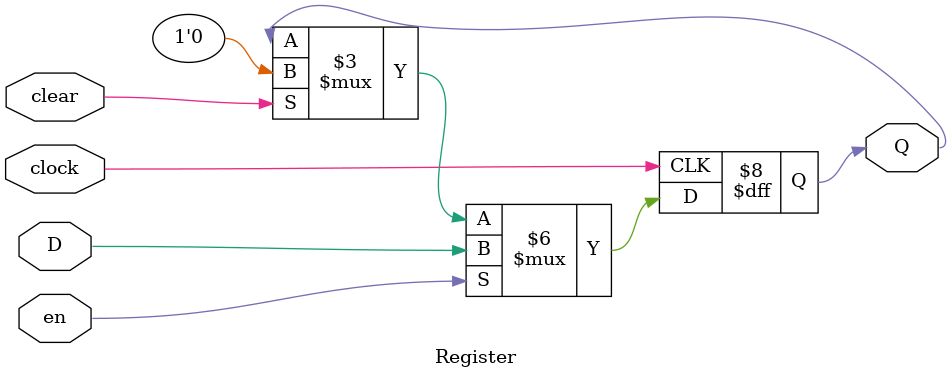
<source format=sv>

`default_nettype none

module RangeFinder
#(parameter WIDTH=16)
  (input  logic [WIDTH-1:0] data_in,
   input  logic clock, reset,
   input  logic go, finish,
   output logic [WIDTH-1:0] range,
   output logic debug_error);

  logic on;
  logic wait_go, initial_go;
  logic [WIDTH-1:0] min_out, max_out;
  logic switch_min, switch_max;

  // Unused outputs of MagComp
  logic datagtmin, dataeqmin, dataltmax, dataeqmax;

  RangeFinder_fsm fsm (.*);

  Register #(WIDTH) min_reg  (.D(data_in), .Q(min_out), 
                              .en(initial_go | switch_min), 
                              .clear(wait_go | reset), .clock);
  Register #(WIDTH) max_reg  (.D(data_in), .Q(max_out), 
                              .en(initial_go | switch_max), 
                              .clear(wait_go | reset), .clock);

  MagComp  #(WIDTH) min_comp (.A(data_in), .B(min_out), .AltB(switch_min),
                              .AeqB(dataeqmin), .AgtB(datagtmin));
  MagComp  #(WIDTH) max_comp (.A(data_in), .B(max_out), .AgtB(switch_max),
                              .AeqB(dataeqmax), .AltB(dataltmax));

  assign range = max_out - min_out;

endmodule: RangeFinder

module RangeFinder_fsm
  (input  logic go, finish, clock, reset,
   output logic on, initial_go, debug_error, wait_go);

  enum logic [1:0] {WAIT = 2'b00, 
                    GO = 2'b01,
                    ERROR_WAIT = 2'b10} state, n_state;

  // Next state logic 
  always_comb begin
    initial_go = 1'b0;
    case(state) 
      WAIT:
        if (finish & go) 
          n_state = ERROR_WAIT;
        else if (finish) 
          n_state = ERROR_WAIT;
        else if (go) begin
          n_state = GO;
          initial_go = 1'b1;
        end else 
          n_state = WAIT;
      GO:
        if (finish)
          n_state = WAIT;
        else
          n_state = GO;
      ERROR_WAIT:
        if (go) begin
          n_state = GO;
          initial_go = 1'b1;
        end else
          n_state = ERROR_WAIT;
      default: n_state = WAIT;
    endcase
  end

  // Output logic
  always_comb begin
    wait_go = 1'b0;
    debug_error = 1'b0;
    on = 1'b0;

    case(state)
      WAIT:       wait_go = 1'b1;
      GO:         on = 1'b1;
      ERROR_WAIT: debug_error = 1'b1;
    endcase

  end

  always_ff @(posedge clock, posedge reset) 
    if (reset)
      state = WAIT;
    else
      state = n_state;

endmodule: RangeFinder_fsm

module MagComp
    #(parameter WIDTH = 1)
    (output logic AltB, AeqB, AgtB,
     input  logic [WIDTH-1:0] A, B);

    assign AltB = (A < B);
    assign AeqB = (A == B);
    assign AgtB = (A > B);

endmodule: MagComp

module Register
    #(parameter WIDTH = 1)
    (output logic [WIDTH-1:0] Q,
     input  logic [WIDTH-1:0] D,
     input  logic             en, clear, clock);

    always_ff @(posedge clock) begin
        if (en)
            Q <= D;
        else if (clear)
            Q <= '0;
        else 
            Q <= Q;
    end

endmodule: Register

</source>
